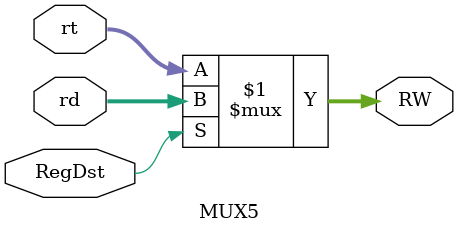
<source format=v>
module MUX5(RW, rd, rt, RegDst); 
  output [4:0] RW; 
  input [4:0] rd, rt; 
  input RegDst; 

  assign RW = RegDst ? rd : rt; 
endmodule

</source>
